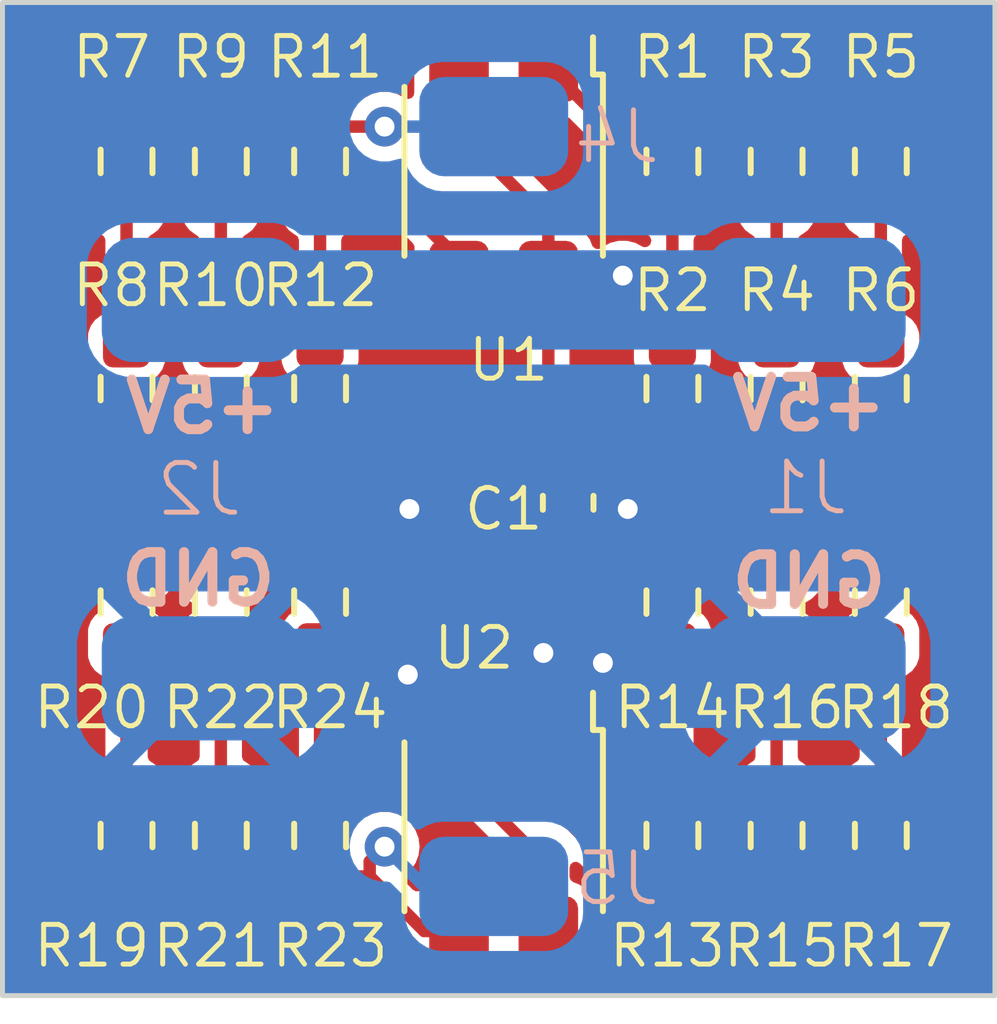
<source format=kicad_pcb>
(kicad_pcb (version 20221018) (generator pcbnew)
  (layers (0 "F.Cu" signal) (31 "B.Cu" signal) (34 "B.Paste" user) (35 "F.Paste" user) (36 "B.SilkS" user "B.Silkscreen") (37 "F.SilkS" user "F.Silkscreen") (38 "B.Mask" user) (39 "F.Mask" user) (44 "Edge.Cuts" user))
  (net 0 "")
  (net 1 "+5V")
  (net 2 "upper")
  (net 3 "lower")
  (net 4 "GND")
  (net 5 "Net-(U1-K)")
  (net 6 "Net-(R3-Pad2)")
  (net 7 "Net-(R10-Pad1)")
  (net 8 "Net-(R15-Pad2)")
  (net 9 "Net-(U2-K)")
  (net 10 "Net-(R21-Pad2)")
  (net 11 "Net-(R7-Pad2)")
  (net 12 "Net-(R5-Pad2)")
  (net 13 "Net-(R23-Pad2)")
  (net 14 "Net-(R19-Pad2)")
  (net 15 "Net-(R17-Pad2)")
  (net 16 "Net-(R13-Pad2)")
  (net 17 "Net-(R11-Pad2)")
  (net 18 "Net-(R1-Pad2)")
  (footprint "Resistor_SMD:R_0603_1608Metric" (layer "F.Cu") (at 163.5 66.775 90)
    (fp_text reference "R13" (at -2.225 -0.1 180) (layer "F.SilkS") (effects (font (size 0.8 0.8) (thickness 0.1))))
    (fp_text value "0" hide)
    (fp_line (start -0.237258 -0.5225) (end 0.237258 -0.5225) (stroke (width 0.12)) (layer "F.SilkS"))
    (fp_line (start -0.237258 0.5225) (end 0.237258 0.5225) (stroke (width 0.12)) (layer "F.SilkS"))
    (pad "1" smd roundrect (at -0.825 0 90) (size 0.8 0.95) (layers "F.Cu" "F.Paste" "F.Mask") (net 9 "Net-(U2-K)"))
    (pad "2" smd roundrect (at 0.825 0 90) (size 0.8 0.95) (layers "F.Cu" "F.Paste" "F.Mask") (net 16 "Net-(R13-Pad2)"))
  )
  (footprint "Resistor_SMD:R_0603_1608Metric" (layer "F.Cu") (at 154.4 53.2 -90)
    (fp_text reference "R9" (at -2.1 0.2 -180) (layer "F.SilkS") (effects (font (size 0.8 0.8) (thickness 0.1))))
    (fp_text value "0" hide)
    (fp_line (start -0.237258 -0.5225) (end 0.237258 -0.5225) (stroke (width 0.12)) (layer "F.SilkS"))
    (fp_line (start -0.237258 0.5225) (end 0.237258 0.5225) (stroke (width 0.12)) (layer "F.SilkS"))
    (pad "1" smd roundrect (at -0.825 0 270) (size 0.8 0.95) (layers "F.Cu" "F.Paste" "F.Mask") (net 2 "upper"))
    (pad "2" smd roundrect (at 0.825 0 270) (size 0.8 0.95) (layers "F.Cu" "F.Paste" "F.Mask") (net 7 "Net-(R10-Pad1)"))
  )
  (footprint "piano_custome:Everlight_ITR8307" (layer "F.Cu") (at 160.1 53.4 180)
    (fp_text reference "U1" (at -0.1 -3.8 180) (layer "F.SilkS") (effects (font (size 0.8 0.8) (thickness 0.1))))
    (fp_text value "ITR8307" hide)
    (fp_line (start -2 1.95) (end -2 -1.7) (stroke (width 0.12)) (layer "F.SilkS"))
    (fp_line (start -2 1.95) (end -1.8 1.95) (stroke (width 0.12)) (layer "F.SilkS"))
    (fp_line (start -1.8 2.7) (end -1.8 1.95) (stroke (width 0.12)) (layer "F.SilkS"))
    (fp_line (start 2 1.7) (end 2 -1.7) (stroke (width 0.12)) (layer "F.SilkS"))
    (pad "1" smd roundrect (at -0.9 2.1 180) (size 1.2 1.4) (layers "F.Cu" "F.Paste" "F.Mask") (roundrect_rratio 0.2) (net 5 "Net-(U1-K)"))
    (pad "2" smd roundrect (at -0.9 -2.1 180) (size 1.2 1.4) (layers "F.Cu" "F.Paste" "F.Mask") (roundrect_rratio 0.2) (net 1 "+5V"))
    (pad "3" smd roundrect (at 0.9 2.1 180) (size 1.2 1.4) (layers "F.Cu" "F.Paste" "F.Mask") (roundrect_rratio 0.2) (net 1 "+5V"))
    (pad "4" smd roundrect (at 0.9 -2.1 180) (size 1.2 1.4) (layers "F.Cu" "F.Paste" "F.Mask") (roundrect_rratio 0.2) (net 2 "upper"))
  )
  (footprint "piano_custome:Everlight_ITR8307" (layer "F.Cu") (at 160.1 66.6 180)
    (fp_text reference "U2" (at 0.6 3.6 180) (layer "F.SilkS") (effects (font (size 0.8 0.8) (thickness 0.1))))
    (fp_text value "ITR8307" hide)
    (fp_line (start -2 1.95) (end -2 -1.7) (stroke (width 0.12)) (layer "F.SilkS"))
    (fp_line (start -2 1.95) (end -1.8 1.95) (stroke (width 0.12)) (layer "F.SilkS"))
    (fp_line (start -1.8 2.7) (end -1.8 1.95) (stroke (width 0.12)) (layer "F.SilkS"))
    (fp_line (start 2 1.7) (end 2 -1.7) (stroke (width 0.12)) (layer "F.SilkS"))
    (pad "1" smd roundrect (at -0.9 2.1 180) (size 1.2 1.4) (layers "F.Cu" "F.Paste" "F.Mask") (roundrect_rratio 0.2) (net 9 "Net-(U2-K)"))
    (pad "2" smd roundrect (at -0.9 -2.1 180) (size 1.2 1.4) (layers "F.Cu" "F.Paste" "F.Mask") (roundrect_rratio 0.2) (net 1 "+5V"))
    (pad "3" smd roundrect (at 0.9 2.1 180) (size 1.2 1.4) (layers "F.Cu" "F.Paste" "F.Mask") (roundrect_rratio 0.2) (net 1 "+5V"))
    (pad "4" smd roundrect (at 0.9 -2.1 180) (size 1.2 1.4) (layers "F.Cu" "F.Paste" "F.Mask") (roundrect_rratio 0.2) (net 3 "lower"))
  )
  (footprint "Resistor_SMD:R_0603_1608Metric" (layer "F.Cu") (at 156.4 57.775 -90)
    (fp_text reference "R12" (at -2.075 0 -180) (layer "F.SilkS") (effects (font (size 0.8 0.8) (thickness 0.1))))
    (fp_text value "10k" hide)
    (fp_line (start -0.237258 -0.5225) (end 0.237258 -0.5225) (stroke (width 0.12)) (layer "F.SilkS"))
    (fp_line (start -0.237258 0.5225) (end 0.237258 0.5225) (stroke (width 0.12)) (layer "F.SilkS"))
    (pad "1" smd roundrect (at -0.825 0 270) (size 0.8 0.95) (layers "F.Cu" "F.Paste" "F.Mask") (net 17 "Net-(R11-Pad2)"))
    (pad "2" smd roundrect (at 0.825 0 270) (size 0.8 0.95) (layers "F.Cu" "F.Paste" "F.Mask") (net 4 "GND"))
  )
  (footprint "Resistor_SMD:R_0603_1608Metric" (layer "F.Cu") (at 167.7 66.775 90)
    (fp_text reference "R17" (at -2.225 0.3 180) (layer "F.SilkS") (effects (font (size 0.8 0.8) (thickness 0.1))))
    (fp_text value "0" hide)
    (fp_line (start -0.237258 -0.5225) (end 0.237258 -0.5225) (stroke (width 0.12)) (layer "F.SilkS"))
    (fp_line (start -0.237258 0.5225) (end 0.237258 0.5225) (stroke (width 0.12)) (layer "F.SilkS"))
    (pad "1" smd roundrect (at -0.825 0 90) (size 0.8 0.95) (layers "F.Cu" "F.Paste" "F.Mask") (net 9 "Net-(U2-K)"))
    (pad "2" smd roundrect (at 0.825 0 90) (size 0.8 0.95) (layers "F.Cu" "F.Paste" "F.Mask") (net 15 "Net-(R17-Pad2)"))
  )
  (footprint "Resistor_SMD:R_0603_1608Metric" (layer "F.Cu") (at 163.5 57.775 -90)
    (fp_text reference "R2" (at -1.975 0 -180) (layer "F.SilkS") (effects (font (size 0.8 0.8) (thickness 0.1))))
    (fp_text value "100" hide)
    (fp_line (start -0.237258 -0.5225) (end 0.237258 -0.5225) (stroke (width 0.12)) (layer "F.SilkS"))
    (fp_line (start -0.237258 0.5225) (end 0.237258 0.5225) (stroke (width 0.12)) (layer "F.SilkS"))
    (pad "1" smd roundrect (at -0.825 0 270) (size 0.8 0.95) (layers "F.Cu" "F.Paste" "F.Mask") (net 18 "Net-(R1-Pad2)"))
    (pad "2" smd roundrect (at 0.825 0 270) (size 0.8 0.95) (layers "F.Cu" "F.Paste" "F.Mask") (net 4 "GND"))
  )
  (footprint "Resistor_SMD:R_0603_1608Metric" (layer "F.Cu") (at 152.5 53.2 -90)
    (fp_text reference "R7" (at -2.1 0.3) (layer "F.SilkS") (effects (font (size 0.8 0.8) (thickness 0.1))))
    (fp_text value "0" hide)
    (fp_line (start -0.237258 -0.5225) (end 0.237258 -0.5225) (stroke (width 0.12)) (layer "F.SilkS"))
    (fp_line (start -0.237258 0.5225) (end 0.237258 0.5225) (stroke (width 0.12)) (layer "F.SilkS"))
    (pad "1" smd roundrect (at -0.825 0 270) (size 0.8 0.95) (layers "F.Cu" "F.Paste" "F.Mask") (net 2 "upper"))
    (pad "2" smd roundrect (at 0.825 0 270) (size 0.8 0.95) (layers "F.Cu" "F.Paste" "F.Mask") (net 11 "Net-(R7-Pad2)"))
  )
  (footprint "Resistor_SMD:R_0603_1608Metric" (layer "F.Cu") (at 165.6 57.775 -90)
    (fp_text reference "R4" (at -1.975 0 -180) (layer "F.SilkS") (effects (font (size 0.8 0.8) (thickness 0.1))))
    (fp_text value "330" hide)
    (fp_line (start -0.237258 -0.5225) (end 0.237258 -0.5225) (stroke (width 0.12)) (layer "F.SilkS"))
    (fp_line (start -0.237258 0.5225) (end 0.237258 0.5225) (stroke (width 0.12)) (layer "F.SilkS"))
    (pad "1" smd roundrect (at -0.825 0 270) (size 0.8 0.95) (layers "F.Cu" "F.Paste" "F.Mask") (net 6 "Net-(R3-Pad2)"))
    (pad "2" smd roundrect (at 0.825 0 270) (size 0.8 0.95) (layers "F.Cu" "F.Paste" "F.Mask") (net 4 "GND"))
  )
  (footprint "Resistor_SMD:R_0603_1608Metric" (layer "F.Cu") (at 152.5 62.075 90)
    (fp_text reference "R20" (at -2.125 -0.7 180) (layer "F.SilkS") (effects (font (size 0.8 0.8) (thickness 0.1))))
    (fp_text value "1k" hide)
    (fp_line (start -0.237258 -0.5225) (end 0.237258 -0.5225) (stroke (width 0.12)) (layer "F.SilkS"))
    (fp_line (start -0.237258 0.5225) (end 0.237258 0.5225) (stroke (width 0.12)) (layer "F.SilkS"))
    (pad "1" smd roundrect (at -0.825 0 90) (size 0.8 0.95) (layers "F.Cu" "F.Paste" "F.Mask") (net 14 "Net-(R19-Pad2)"))
    (pad "2" smd roundrect (at 0.825 0 90) (size 0.8 0.95) (layers "F.Cu" "F.Paste" "F.Mask") (net 4 "GND"))
  )
  (footprint "Resistor_SMD:R_0603_1608Metric" (layer "F.Cu") (at 167.7 62.075 90)
    (fp_text reference "R18" (at -2.125 0.3 180) (layer "F.SilkS") (effects (font (size 0.8 0.8) (thickness 0.1))))
    (fp_text value "1k" hide)
    (fp_line (start -0.237258 -0.5225) (end 0.237258 -0.5225) (stroke (width 0.12)) (layer "F.SilkS"))
    (fp_line (start -0.237258 0.5225) (end 0.237258 0.5225) (stroke (width 0.12)) (layer "F.SilkS"))
    (pad "1" smd roundrect (at -0.825 0 90) (size 0.8 0.95) (layers "F.Cu" "F.Paste" "F.Mask") (net 15 "Net-(R17-Pad2)"))
    (pad "2" smd roundrect (at 0.825 0 90) (size 0.8 0.95) (layers "F.Cu" "F.Paste" "F.Mask") (net 4 "GND"))
  )
  (footprint "Resistor_SMD:R_0603_1608Metric" (layer "F.Cu") (at 167.7 53.2 -90)
    (fp_text reference "R5" (at -2.1 0) (layer "F.SilkS") (effects (font (size 0.8 0.8) (thickness 0.1))))
    (fp_text value "0" hide)
    (fp_line (start -0.237258 -0.5225) (end 0.237258 -0.5225) (stroke (width 0.12)) (layer "F.SilkS"))
    (fp_line (start -0.237258 0.5225) (end 0.237258 0.5225) (stroke (width 0.12)) (layer "F.SilkS"))
    (pad "1" smd roundrect (at -0.825 0 270) (size 0.8 0.95) (layers "F.Cu" "F.Paste" "F.Mask") (net 5 "Net-(U1-K)"))
    (pad "2" smd roundrect (at 0.825 0 270) (size 0.8 0.95) (layers "F.Cu" "F.Paste" "F.Mask") (net 12 "Net-(R5-Pad2)"))
  )
  (footprint "Resistor_SMD:R_0603_1608Metric" (layer "F.Cu") (at 154.4 62.075 90)
    (fp_text reference "R22" (at -2.125 0 180) (layer "F.SilkS") (effects (font (size 0.8 0.8) (thickness 0.1))))
    (fp_text value "4.7k" hide)
    (fp_line (start -0.237258 -0.5225) (end 0.237258 -0.5225) (stroke (width 0.12)) (layer "F.SilkS"))
    (fp_line (start -0.237258 0.5225) (end 0.237258 0.5225) (stroke (width 0.12)) (layer "F.SilkS"))
    (pad "1" smd roundrect (at -0.825 0 90) (size 0.8 0.95) (layers "F.Cu" "F.Paste" "F.Mask") (net 10 "Net-(R21-Pad2)"))
    (pad "2" smd roundrect (at 0.825 0 90) (size 0.8 0.95) (layers "F.Cu" "F.Paste" "F.Mask") (net 4 "GND"))
  )
  (footprint "Resistor_SMD:R_0603_1608Metric" (layer "F.Cu") (at 165.6 53.2 -90)
    (fp_text reference "R3" (at -2.1 0 -180) (layer "F.SilkS") (effects (font (size 0.8 0.8) (thickness 0.1))))
    (fp_text value "0" hide)
    (fp_line (start -0.237258 -0.5225) (end 0.237258 -0.5225) (stroke (width 0.12)) (layer "F.SilkS"))
    (fp_line (start -0.237258 0.5225) (end 0.237258 0.5225) (stroke (width 0.12)) (layer "F.SilkS"))
    (pad "1" smd roundrect (at -0.825 0 270) (size 0.8 0.95) (layers "F.Cu" "F.Paste" "F.Mask") (net 5 "Net-(U1-K)"))
    (pad "2" smd roundrect (at 0.825 0 270) (size 0.8 0.95) (layers "F.Cu" "F.Paste" "F.Mask") (net 6 "Net-(R3-Pad2)"))
  )
  (footprint "Resistor_SMD:R_0603_1608Metric" (layer "F.Cu") (at 163.5 62.075 90)
    (fp_text reference "R14" (at -2.125 0) (layer "F.SilkS") (effects (font (size 0.8 0.8) (thickness 0.1))))
    (fp_text value "100" hide)
    (fp_line (start -0.237258 -0.5225) (end 0.237258 -0.5225) (stroke (width 0.12)) (layer "F.SilkS"))
    (fp_line (start -0.237258 0.5225) (end 0.237258 0.5225) (stroke (width 0.12)) (layer "F.SilkS"))
    (pad "1" smd roundrect (at -0.825 0 90) (size 0.8 0.95) (layers "F.Cu" "F.Paste" "F.Mask") (net 16 "Net-(R13-Pad2)"))
    (pad "2" smd roundrect (at 0.825 0 90) (size 0.8 0.95) (layers "F.Cu" "F.Paste" "F.Mask") (net 4 "GND"))
  )
  (footprint "Resistor_SMD:R_0603_1608Metric" (layer "F.Cu") (at 154.4 66.775 90)
    (fp_text reference "R21" (at -2.225 -0.2) (layer "F.SilkS") (effects (font (size 0.8 0.8) (thickness 0.1))))
    (fp_text value "0" hide)
    (fp_line (start -0.237258 -0.5225) (end 0.237258 -0.5225) (stroke (width 0.12)) (layer "F.SilkS"))
    (fp_line (start -0.237258 0.5225) (end 0.237258 0.5225) (stroke (width 0.12)) (layer "F.SilkS"))
    (pad "1" smd roundrect (at -0.825 0 90) (size 0.8 0.95) (layers "F.Cu" "F.Paste" "F.Mask") (net 3 "lower"))
    (pad "2" smd roundrect (at 0.825 0 90) (size 0.8 0.95) (layers "F.Cu" "F.Paste" "F.Mask") (net 10 "Net-(R21-Pad2)"))
  )
  (footprint "Resistor_SMD:R_0603_1608Metric" (layer "F.Cu") (at 163.5 53.2 -90)
    (fp_text reference "R1" (at -2.1 0) (layer "F.SilkS") (effects (font (size 0.8 0.8) (thickness 0.1))))
    (fp_text value "0" hide)
    (fp_line (start -0.237258 -0.5225) (end 0.237258 -0.5225) (stroke (width 0.12)) (layer "F.SilkS"))
    (fp_line (start -0.237258 0.5225) (end 0.237258 0.5225) (stroke (width 0.12)) (layer "F.SilkS"))
    (pad "1" smd roundrect (at -0.825 0 270) (size 0.8 0.95) (layers "F.Cu" "F.Paste" "F.Mask") (net 5 "Net-(U1-K)"))
    (pad "2" smd roundrect (at 0.825 0 270) (size 0.8 0.95) (layers "F.Cu" "F.Paste" "F.Mask") (net 18 "Net-(R1-Pad2)"))
  )
  (footprint "Resistor_SMD:R_0603_1608Metric" (layer "F.Cu") (at 167.7 57.775 -90)
    (fp_text reference "R6" (at -1.975 0 -180) (layer "F.SilkS") (effects (font (size 0.8 0.8) (thickness 0.1))))
    (fp_text value "1k" hide)
    (fp_line (start -0.237258 -0.5225) (end 0.237258 -0.5225) (stroke (width 0.12)) (layer "F.SilkS"))
    (fp_line (start -0.237258 0.5225) (end 0.237258 0.5225) (stroke (width 0.12)) (layer "F.SilkS"))
    (pad "1" smd roundrect (at -0.825 0 270) (size 0.8 0.95) (layers "F.Cu" "F.Paste" "F.Mask") (net 12 "Net-(R5-Pad2)"))
    (pad "2" smd roundrect (at 0.825 0 270) (size 0.8 0.95) (layers "F.Cu" "F.Paste" "F.Mask") (net 4 "GND"))
  )
  (footprint "Resistor_SMD:R_0603_1608Metric" (layer "F.Cu") (at 156.4 66.775 90)
    (fp_text reference "R23" (at -2.225 0.2) (layer "F.SilkS") (effects (font (size 0.8 0.8) (thickness 0.1))))
    (fp_text value "0" hide)
    (fp_line (start -0.237258 -0.5225) (end 0.237258 -0.5225) (stroke (width 0.12)) (layer "F.SilkS"))
    (fp_line (start -0.237258 0.5225) (end 0.237258 0.5225) (stroke (width 0.12)) (layer "F.SilkS"))
    (pad "1" smd roundrect (at -0.825 0 90) (size 0.8 0.95) (layers "F.Cu" "F.Paste" "F.Mask") (net 3 "lower"))
    (pad "2" smd roundrect (at 0.825 0 90) (size 0.8 0.95) (layers "F.Cu" "F.Paste" "F.Mask") (net 13 "Net-(R23-Pad2)"))
  )
  (footprint "Resistor_SMD:R_0603_1608Metric" (layer "F.Cu") (at 154.4 57.775 -90)
    (fp_text reference "R10" (at -2.075 0.2 -180) (layer "F.SilkS") (effects (font (size 0.8 0.8) (thickness 0.1))))
    (fp_text value "4.7k" hide)
    (fp_line (start -0.237258 -0.5225) (end 0.237258 -0.5225) (stroke (width 0.12)) (layer "F.SilkS"))
    (fp_line (start -0.237258 0.5225) (end 0.237258 0.5225) (stroke (width 0.12)) (layer "F.SilkS"))
    (pad "1" smd roundrect (at -0.825 0 270) (size 0.8 0.95) (layers "F.Cu" "F.Paste" "F.Mask") (net 7 "Net-(R10-Pad1)"))
    (pad "2" smd roundrect (at 0.825 0 270) (size 0.8 0.95) (layers "F.Cu" "F.Paste" "F.Mask") (net 4 "GND"))
  )
  (footprint "Resistor_SMD:R_0603_1608Metric" (layer "F.Cu") (at 156.4 62.075 90)
    (fp_text reference "R24" (at -2.125 0.2 180) (layer "F.SilkS") (effects (font (size 0.8 0.8) (thickness 0.1))))
    (fp_text value "10k" hide)
    (fp_line (start -0.237258 -0.5225) (end 0.237258 -0.5225) (stroke (width 0.12)) (layer "F.SilkS"))
    (fp_line (start -0.237258 0.5225) (end 0.237258 0.5225) (stroke (width 0.12)) (layer "F.SilkS"))
    (pad "1" smd roundrect (at -0.825 0 90) (size 0.8 0.95) (layers "F.Cu" "F.Paste" "F.Mask") (net 13 "Net-(R23-Pad2)"))
    (pad "2" smd roundrect (at 0.825 0 90) (size 0.8 0.95) (layers "F.Cu" "F.Paste" "F.Mask") (net 4 "GND"))
  )
  (footprint "Resistor_SMD:R_0603_1608Metric" (layer "F.Cu") (at 152.5 57.775 -90)
    (fp_text reference "R8" (at -2.075 0.3 -180) (layer "F.SilkS") (effects (font (size 0.8 0.8) (thickness 0.1))))
    (fp_text value "1k" hide)
    (fp_line (start -0.237258 -0.5225) (end 0.237258 -0.5225) (stroke (width 0.12)) (layer "F.SilkS"))
    (fp_line (start -0.237258 0.5225) (end 0.237258 0.5225) (stroke (width 0.12)) (layer "F.SilkS"))
    (pad "1" smd roundrect (at -0.825 0 270) (size 0.8 0.95) (layers "F.Cu" "F.Paste" "F.Mask") (net 11 "Net-(R7-Pad2)"))
    (pad "2" smd roundrect (at 0.825 0 270) (size 0.8 0.95) (layers "F.Cu" "F.Paste" "F.Mask") (net 4 "GND"))
  )
  (footprint "Capacitor_SMD:C_0603_1608Metric" (layer "F.Cu") (at 161.4 60.075 -90)
    (fp_text reference "C1" (at 0.125 1.3 -180) (layer "F.SilkS") (effects (font (size 0.8 0.8) (thickness 0.1))))
    (fp_text value "0.1u" hide)
    (fp_line (start -0.14058 -0.51) (end 0.14058 -0.51) (stroke (width 0.12)) (layer "F.SilkS"))
    (fp_line (start -0.14058 0.51) (end 0.14058 0.51) (stroke (width 0.12)) (layer "F.SilkS"))
    (pad "1" smd roundrect (at -0.775 0 270) (size 0.9 0.95) (layers "F.Cu" "F.Paste" "F.Mask") (net 1 "+5V"))
    (pad "2" smd roundrect (at 0.775 0 270) (size 0.9 0.95) (layers "F.Cu" "F.Paste" "F.Mask") (net 4 "GND"))
  )
  (footprint "Resistor_SMD:R_0603_1608Metric" (layer "F.Cu") (at 165.6 62.075 90)
    (fp_text reference "R16" (at -2.125 0.2 180) (layer "F.SilkS") (effects (font (size 0.8 0.8) (thickness 0.1))))
    (fp_text value "330" hide)
    (fp_line (start -0.237258 -0.5225) (end 0.237258 -0.5225) (stroke (width 0.12)) (layer "F.SilkS"))
    (fp_line (start -0.237258 0.5225) (end 0.237258 0.5225) (stroke (width 0.12)) (layer "F.SilkS"))
    (pad "1" smd roundrect (at -0.825 0 90) (size 0.8 0.95) (layers "F.Cu" "F.Paste" "F.Mask") (net 8 "Net-(R15-Pad2)"))
    (pad "2" smd roundrect (at 0.825 0 90) (size 0.8 0.95) (layers "F.Cu" "F.Paste" "F.Mask") (net 4 "GND"))
  )
  (footprint "Resistor_SMD:R_0603_1608Metric" (layer "F.Cu") (at 156.4 53.2 -90)
    (fp_text reference "R11" (at -2.1 -0.1) (layer "F.SilkS") (effects (font (size 0.8 0.8) (thickness 0.1))))
    (fp_text value "0" hide)
    (fp_line (start -0.237258 -0.5225) (end 0.237258 -0.5225) (stroke (width 0.12)) (layer "F.SilkS"))
    (fp_line (start -0.237258 0.5225) (end 0.237258 0.5225) (stroke (width 0.12)) (layer "F.SilkS"))
    (pad "1" smd roundrect (at -0.825 0 270) (size 0.8 0.95) (layers "F.Cu" "F.Paste" "F.Mask") (net 2 "upper"))
    (pad "2" smd roundrect (at 0.825 0 270) (size 0.8 0.95) (layers "F.Cu" "F.Paste" "F.Mask") (net 17 "Net-(R11-Pad2)"))
  )
  (footprint "Resistor_SMD:R_0603_1608Metric" (layer "F.Cu") (at 165.6 66.775 90)
    (fp_text reference "R15" (at -2.225 0.1 180) (layer "F.SilkS") (effects (font (size 0.8 0.8) (thickness 0.1))))
    (fp_text value "0" hide)
    (fp_line (start -0.237258 -0.5225) (end 0.237258 -0.5225) (stroke (width 0.12)) (layer "F.SilkS"))
    (fp_line (start -0.237258 0.5225) (end 0.237258 0.5225) (stroke (width 0.12)) (layer "F.SilkS"))
    (pad "1" smd roundrect (at -0.825 0 90) (size 0.8 0.95) (layers "F.Cu" "F.Paste" "F.Mask") (net 9 "Net-(U2-K)"))
    (pad "2" smd roundrect (at 0.825 0 90) (size 0.8 0.95) (layers "F.Cu" "F.Paste" "F.Mask") (net 8 "Net-(R15-Pad2)"))
  )
  (footprint "Resistor_SMD:R_0603_1608Metric" (layer "F.Cu") (at 152.5 66.775 90)
    (fp_text reference "R19" (at -2.225 -0.7 180) (layer "F.SilkS") (effects (font (size 0.8 0.8) (thickness 0.1))))
    (fp_text value "0" hide)
    (fp_line (start -0.237258 -0.5225) (end 0.237258 -0.5225) (stroke (width 0.12)) (layer "F.SilkS"))
    (fp_line (start -0.237258 0.5225) (end 0.237258 0.5225) (stroke (width 0.12)) (layer "F.SilkS"))
    (pad "1" smd roundrect (at -0.825 0 90) (size 0.8 0.95) (layers "F.Cu" "F.Paste" "F.Mask") (net 3 "lower"))
    (pad "2" smd roundrect (at 0.825 0 90) (size 0.8 0.95) (layers "F.Cu" "F.Paste" "F.Mask") (net 14 "Net-(R19-Pad2)"))
  )
  (footprint "con_pad_2:con_pad_2" (layer "B.Cu") (at 166.2 59.8)
    (fp_text reference "J1" (at -0.016404 -0.02173 unlocked) (layer "B.SilkS") (effects (font (thickness 0.1)) (justify mirror)))
    (fp_text value "Conn_01x02_Pin" hide)
    (pad "1" smd roundrect (at 0 -3.81) (size 4 2.5) (layers "B.Cu" "B.Paste" "B.Mask") (net 1 "+5V"))
    (pad "2" smd roundrect (at 0 3.81) (size 4 2.5) (layers "B.Cu" "B.Paste" "B.Mask") (net 4 "GND"))
  )
  (footprint "con_pad_2:con_pad_1" (layer "B.Cu") (at 159.9 55.04 180)
    (fp_text reference "J4" (at -2.482669 2.335452 unlocked) (layer "B.SilkS") (effects (font (thickness 0.1)) (justify mirror)))
    (fp_text value "Conn_01x01_Pin" hide)
    (pad "1" smd roundrect (at 0 2.54 180) (size 3 2) (layers "B.Cu" "B.Paste" "B.Mask") (net 2 "upper"))
  )
  (footprint "con_pad_2:con_pad_1" (layer "B.Cu") (at 159.9 70.34 180)
    (fp_text reference "J5" (at -2.482669 2.693008 unlocked) (layer "B.SilkS") (effects (font (thickness 0.1)) (justify mirror)))
    (fp_text value "Conn_01x01_Pin" hide)
    (pad "1" smd roundrect (at 0 2.54 180) (size 3 2) (layers "B.Cu" "B.Paste" "B.Mask") (net 3 "lower"))
  )
  (footprint "con_pad_2:con_pad_2" (layer "B.Cu") (at 154 59.8)
    (fp_text reference "J2" (at -0.035089 0.005977 unlocked) (layer "B.SilkS") (effects (font (thickness 0.1)) (justify mirror)))
    (fp_text value "Conn_01x02_Pin" hide)
    (pad "1" smd roundrect (at 0 -3.81) (size 4 2.5) (layers "B.Cu" "B.Paste" "B.Mask") (net 1 "+5V"))
    (pad "2" smd roundrect (at 0 3.81) (size 4 2.5) (layers "B.Cu" "B.Paste" "B.Mask") (net 4 "GND"))
  )
  (gr_rect (start 150 50) (end 170 70) (stroke (width 0.1)) (fill none) (layer "Edge.Cuts"))
  (gr_text "+5V" (at 167.907406 58.67) (layer "B.SilkS") (effects (font (size 1 1) (thickness 0.2)) (justify left bottom mirror)))
  (gr_text "GND" (at 167.907406 62.244172) (layer "B.SilkS") (effects (font (size 1 1) (thickness 0.2) bold) (justify left bottom mirror)))
  (gr_text "+5V" (at 155.688721 58.725413) (layer "B.SilkS") (effects (font (size 1 1) (thickness 0.2)) (justify left bottom mirror)))
  (gr_text "GND" (at 155.6 62.2) (layer "B.SilkS") (effects (font (size 1 1) (thickness 0.2) bold) (justify left bottom mirror)))
  (segment (start 161 55.5) (end 161 57.6) (width 0.25) (layer "F.Cu") (net 1))
  (segment (start 161.4 58) (end 161 57.6) (width 0.25) (layer "F.Cu") (net 1))
  (segment (start 161 55.5) (end 162.5 55.5) (width 0.25) (layer "F.Cu") (net 1))
  (segment (start 159.2 52.6) (end 161 54.4) (width 0.25) (layer "F.Cu") (net 1))
  (segment (start 159.2 64.5) (end 159.2 65.6) (width 0.25) (layer "F.Cu") (net 1))
  (segment (start 161.4 59.3) (end 161.4 58) (width 0.25) (layer "F.Cu") (net 1))
  (segment (start 161 57.6) (end 159.2 59.4) (width 0.25) (layer "F.Cu") (net 1))
  (segment (start 159.2 59.4) (end 159.2 64.5) (width 0.25) (layer "F.Cu") (net 1))
  (segment (start 159.2 65.6) (end 161 67.4) (width 0.25) (layer "F.Cu") (net 1))
  (segment (start 161 54.4) (end 161 55.5) (width 0.25) (layer "F.Cu") (net 1))
  (segment (start 161 67.4) (end 161 68.7) (width 0.25) (layer "F.Cu") (net 1))
  (segment (start 159.2 51.3) (end 159.2 52.6) (width 0.25) (layer "F.Cu") (net 1))
  (via (at 162.5 55.5) (size 0.8) (drill 0.4) (layers "F.Cu" "B.Cu") (net 1))
  (segment (start 162.99 55.99) (end 166.2 55.99) (width 0.25) (layer "B.Cu") (net 1))
  (segment (start 162.5 55.5) (end 162.99 55.99) (width 0.25) (layer "B.Cu") (net 1))
  (segment (start 154 55.99) (end 166.2 55.99) (width 2) (layer "B.Cu") (net 1))
  (segment (start 156.4 52.375) (end 157.6125 53.5875) (width 0.25) (layer "F.Cu") (net 2))
  (segment (start 157.7 52.5) (end 156.525 52.5) (width 0.25) (layer "F.Cu") (net 2))
  (segment (start 156.525 52.5) (end 156.4 52.375) (width 0.25) (layer "F.Cu") (net 2))
  (segment (start 159.2 55.175) (end 159.2 55.5) (width 0.25) (layer "F.Cu") (net 2))
  (segment (start 157.6125 53.5875) (end 159.2 55.175) (width 0.25) (layer "F.Cu") (net 2))
  (segment (start 152.5 52.375) (end 156.4 52.375) (width 0.25) (layer "F.Cu") (net 2))
  (via (at 157.7 52.5) (size 0.8) (drill 0.4) (layers "F.Cu" "B.Cu") (net 2))
  (segment (start 159.9 52.5) (end 157.7 52.5) (width 0.25) (layer "B.Cu") (net 2))
  (segment (start 157.7 67) (end 157.4 67.3) (width 0.25) (layer "F.Cu") (net 3))
  (segment (start 152.5 67.6) (end 154.4 67.6) (width 0.25) (layer "F.Cu") (net 3))
  (segment (start 157.4 67.6) (end 156.4 67.6) (width 0.25) (layer "F.Cu") (net 3))
  (segment (start 154.4 67.6) (end 155.4 67.6) (width 0.25) (layer "F.Cu") (net 3))
  (segment (start 155.4 67.6) (end 156.4 67.6) (width 0.25) (layer "F.Cu") (net 3))
  (segment (start 157.4 67.3) (end 157.4 67.6) (width 0.25) (layer "F.Cu") (net 3))
  (segment (start 158.5 68.7) (end 157.4 67.6) (width 0.25) (layer "F.Cu") (net 3))
  (segment (start 159.1 68.7) (end 158.5 68.7) (width 0.25) (layer "F.Cu") (net 3))
  (via (at 157.7 67) (size 0.8) (drill 0.4) (layers "F.Cu" "B.Cu") (net 3))
  (segment (start 159.9 67.8) (end 158.5 67.8) (width 0.25) (layer "B.Cu") (net 3))
  (segment (start 158.5 67.8) (end 157.7 67) (width 0.25) (layer "B.Cu") (net 3))
  (segment (start 154.4 61.25) (end 156.4 61.25) (width 0.25) (layer "F.Cu") (net 4))
  (segment (start 163.5 58.6) (end 163.5 59.3) (width 0.25) (layer "F.Cu") (net 4))
  (segment (start 163.5 61.25) (end 162.1 62.65) (width 0.25) (layer "F.Cu") (net 4))
  (segment (start 158.167831 63.017831) (end 158.167831 63.534912) (width 0.25) (layer "F.Cu") (net 4))
  (segment (start 163.5 59.3) (end 162.6 60.2) (width 0.25) (layer "F.Cu") (net 4))
  (segment (start 161.4 62.6) (end 160.9 63.1) (width 0.25) (layer "F.Cu") (net 4))
  (segment (start 152.5 61.25) (end 154.4 61.25) (width 0.25) (layer "F.Cu") (net 4))
  (segment (start 161.4 60.85) (end 161.4 62.6) (width 0.25) (layer "F.Cu") (net 4))
  (segment (start 163.5 61.25) (end 163.132 61.25) (width 0.25) (layer "F.Cu") (net 4))
  (segment (start 156.4 61.25) (end 158.167831 63.017831) (width 0.25) (layer "F.Cu") (net 4))
  (segment (start 156.4 58.6) (end 156.6 58.6) (width 0.25) (layer "F.Cu") (net 4))
  (segment (start 167.7 61.25) (end 165.6 61.25) (width 0.25) (layer "F.Cu") (net 4))
  (segment (start 165.6 58.6) (end 167.7 58.6) (width 0.25) (layer "F.Cu") (net 4))
  (segment (start 152.5 58.6) (end 156.4 58.6) (width 0.25) (layer "F.Cu") (net 4))
  (segment (start 165.6 61.25) (end 163.5 61.25) (width 0.25) (layer "F.Cu") (net 4))
  (segment (start 156.4 61.25) (end 156.4 61.228) (width 0.25) (layer "F.Cu") (net 4))
  (segment (start 162.1 62.65) (end 162.1 63.3) (width 0.25) (layer "F.Cu") (net 4))
  (segment (start 163.5 58.6) (end 165.6 58.6) (width 0.25) (layer "F.Cu") (net 4))
  (segment (start 156.6 58.6) (end 158.2 60.2) (width 0.25) (layer "F.Cu") (net 4))
  (via (at 158.167831 63.534912) (size 0.8) (drill 0.4) (layers "F.Cu" "B.Cu") (net 4))
  (via (at 162.6 60.2) (size 0.8) (drill 0.4) (layers "F.Cu" "B.Cu") (net 4))
  (via (at 160.9 63.1) (size 0.8) (drill 0.4) (layers "F.Cu" "B.Cu") (net 4))
  (via (at 158.2 60.2) (size 0.8) (drill 0.4) (layers "F.Cu" "B.Cu") (net 4))
  (via (at 162.1 63.3) (size 0.8) (drill 0.4) (layers "F.Cu" "B.Cu") (net 4))
  (segment (start 162.6 60.2) (end 162.6 61.4) (width 0.25) (layer "B.Cu") (net 4))
  (segment (start 158.167831 60.232169) (end 158.167831 63.534912) (width 0.25) (layer "B.Cu") (net 4))
  (segment (start 158.2 60.2) (end 158.167831 60.232169) (width 0.25) (layer "B.Cu") (net 4))
  (segment (start 154 63.61) (end 156.718 63.61) (width 2) (layer "B.Cu") (net 4))
  (segment (start 161.4 63.61) (end 163.322 63.61) (width 2) (layer "B.Cu") (net 4))
  (segment (start 158.2 63.502743) (end 158.167831 63.534912) (width 0.25) (layer "B.Cu") (net 4))
  (segment (start 161.41 63.61) (end 166.2 63.61) (width 0.25) (layer "B.Cu") (net 4))
  (segment (start 163.322 63.61) (end 166.2 63.61) (width 2) (layer "B.Cu") (net 4))
  (segment (start 156.718 63.61) (end 158.242 63.61) (width 2) (layer "B.Cu") (net 4))
  (segment (start 158.242 63.61) (end 161.4 63.61) (width 2) (layer "B.Cu") (net 4))
  (segment (start 162.6 61.4) (end 160.9 63.1) (width 0.25) (layer "B.Cu") (net 4))
  (segment (start 160.9 63.1) (end 161.41 63.61) (width 0.25) (layer "B.Cu") (net 4))
  (segment (start 165.19 62.6) (end 166.2 63.61) (width 0.25) (layer "B.Cu") (net 4))
  (segment (start 163.5 52.375) (end 162.075 52.375) (width 0.25) (layer "F.Cu") (net 5))
  (segment (start 163.5 52.375) (end 167.7 52.375) (width 0.25) (layer "F.Cu") (net 5))
  (segment (start 162.075 52.375) (end 161 51.3) (width 0.25) (layer "F.Cu") (net 5))
  (segment (start 165.6 54.025) (end 165.6 56.95) (width 0.25) (layer "F.Cu") (net 6))
  (segment (start 154.4 54.025) (end 154.4 56.95) (width 0.25) (layer "F.Cu") (net 7))
  (segment (start 165.6 62.9) (end 165.6 65.95) (width 0.25) (layer "F.Cu") (net 8))
  (segment (start 161 66.1) (end 162.5 67.6) (width 0.25) (layer "F.Cu") (net 9))
  (segment (start 162.5 67.6) (end 163.5 67.6) (width 0.25) (layer "F.Cu") (net 9))
  (segment (start 161 64.5) (end 161 66.1) (width 0.25) (layer "F.Cu") (net 9))
  (segment (start 167.7 67.6) (end 163.5 67.6) (width 0.25) (layer "F.Cu") (net 9))
  (segment (start 154.4 62.9) (end 154.4 65.95) (width 0.25) (layer "F.Cu") (net 10))
  (segment (start 152.5 54.025) (end 152.5 56.95) (width 0.25) (layer "F.Cu") (net 11))
  (segment (start 167.7 54.025) (end 167.7 56.95) (width 0.25) (layer "F.Cu") (net 12))
  (segment (start 156.4 62.9) (end 156.4 65.95) (width 0.25) (layer "F.Cu") (net 13))
  (segment (start 152.5 62.9) (end 152.5 65.95) (width 0.25) (layer "F.Cu") (net 14))
  (segment (start 167.7 62.9) (end 167.7 65.95) (width 0.25) (layer "F.Cu") (net 15))
  (segment (start 163.5 62.9) (end 163.5 65.95) (width 0.25) (layer "F.Cu") (net 16))
  (segment (start 156.4 54.025) (end 156.4 56.95) (width 0.25) (layer "F.Cu") (net 17))
  (segment (start 163.5 54.025) (end 163.5 56.95) (width 0.25) (layer "F.Cu") (net 18))
  (zone (net 4) (net_name "GND") (layers "F&B.Cu") (connect_pads (clearance 0.3)) (min_thickness 0.25) (fill yes (thermal_gap 0.5) (thermal_bridge_width 0.5))
    (polygon (pts (xy 170 50) (xy 150 50) (xy 150 70) (xy 170 70)))
  )
)
</source>
